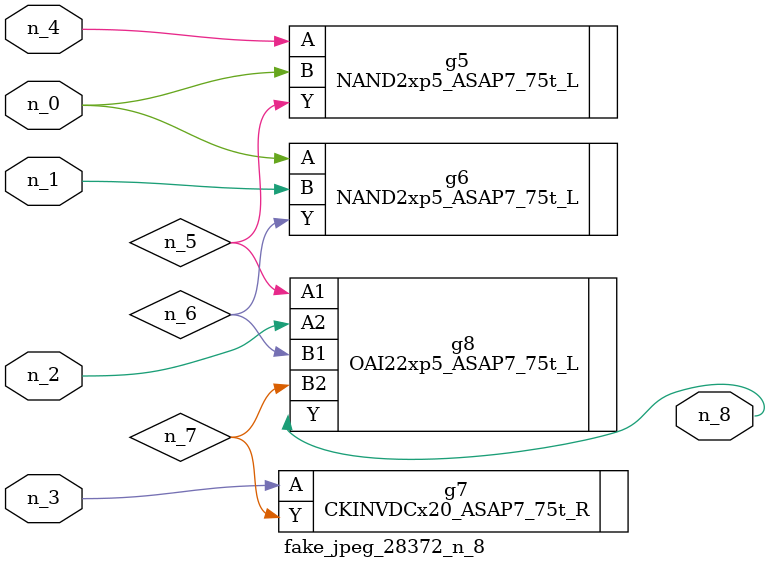
<source format=v>
module fake_jpeg_28372_n_8 (n_3, n_2, n_1, n_0, n_4, n_8);

input n_3;
input n_2;
input n_1;
input n_0;
input n_4;

output n_8;

wire n_6;
wire n_5;
wire n_7;

NAND2xp5_ASAP7_75t_L g5 ( 
.A(n_4),
.B(n_0),
.Y(n_5)
);

NAND2xp5_ASAP7_75t_L g6 ( 
.A(n_0),
.B(n_1),
.Y(n_6)
);

CKINVDCx20_ASAP7_75t_R g7 ( 
.A(n_3),
.Y(n_7)
);

OAI22xp5_ASAP7_75t_L g8 ( 
.A1(n_5),
.A2(n_2),
.B1(n_6),
.B2(n_7),
.Y(n_8)
);


endmodule
</source>
